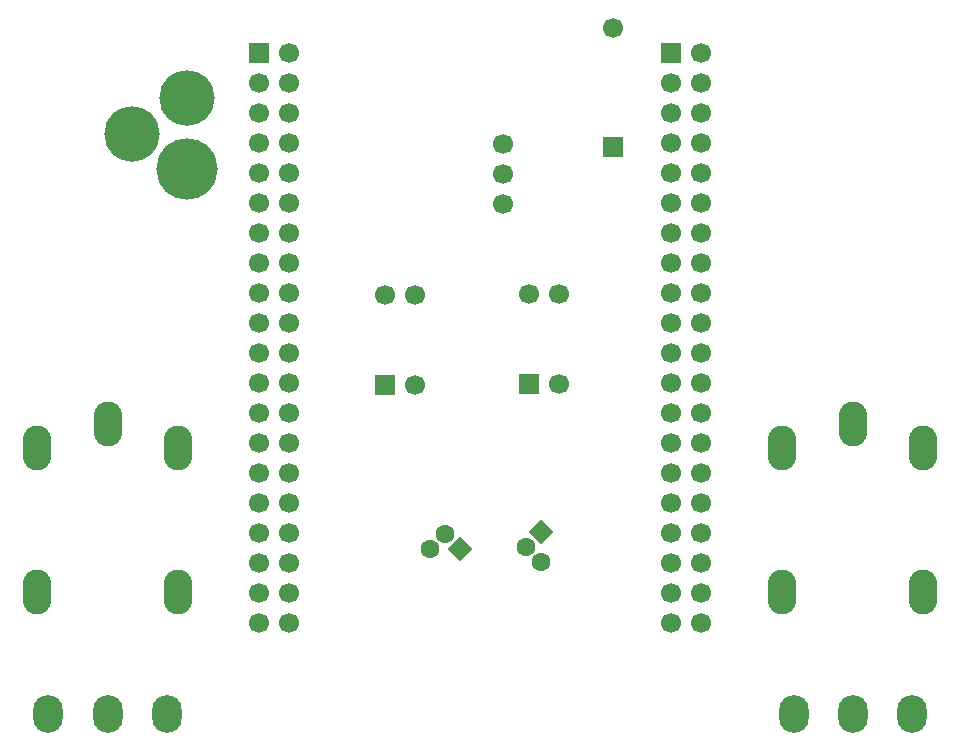
<source format=gbr>
G04 DipTrace 3.0.0.1*
G04 BottomMask.gbr*
%MOIN*%
G04 #@! TF.FileFunction,Soldermask,Bot*
G04 #@! TF.Part,Single*
%AMOUTLINE1*5,1,4,0,0,0.082002,90.0*%
%AMOUTLINE4*5,1,4,0,0,0.082002,-179.999998*%
%ADD50C,0.062992*%
%ADD52C,0.066929*%
%ADD56O,0.094488X0.149606*%
%ADD58C,0.204724*%
%ADD60C,0.185039*%
%ADD64C,0.066929*%
%ADD66R,0.066929X0.066929*%
%ADD70O,0.098425X0.125984*%
%ADD78OUTLINE1*%
%ADD81OUTLINE4*%
%FSLAX26Y26*%
G04*
G70*
G90*
G75*
G01*
G04 BotMask*
%LPD*%
D70*
X931103Y589370D3*
X734252D3*
X537402D3*
X3414961D3*
X3218110D3*
X3021260D3*
D66*
X2418898Y2480709D3*
D64*
Y2878347D3*
D60*
X1000394Y2642520D3*
D58*
Y2406299D3*
D60*
X815355Y2524410D3*
D56*
X734252Y1555906D3*
X499252Y1475906D3*
X969252D3*
Y995906D3*
X499252D3*
X3218504Y1555906D3*
X2983504Y1475906D3*
X3453504D3*
Y995906D3*
X2983504D3*
D66*
X1658268Y1687402D3*
D52*
X1758268D3*
Y1987402D3*
X1658268D3*
D66*
X2138583Y1690945D3*
D52*
X2238583D3*
Y1990945D3*
X2138583D3*
D50*
X1809843Y1140158D3*
X1859843Y1190158D3*
D78*
X1909843Y1140158D3*
D50*
X2179921Y1095276D3*
X2129921Y1145276D3*
D81*
X2179921Y1195276D3*
D66*
X2613780Y2793701D3*
D64*
X2713780D3*
X2613780Y2693701D3*
X2713780D3*
X2613780Y2593701D3*
X2713780D3*
X2613780Y2493701D3*
X2713780D3*
X2613780Y2393701D3*
X2713780D3*
X2613780Y2293701D3*
X2713780D3*
X2613780Y2193701D3*
X2713780D3*
X2613780Y2093701D3*
X2713780D3*
X2613780Y1993701D3*
X2713780D3*
X2613780Y1893701D3*
X2713780D3*
X2613780Y1793701D3*
X2713780D3*
X2613780Y1693701D3*
X2713780D3*
X2613780Y1593701D3*
X2713780D3*
X2613780Y1493701D3*
X2713780D3*
X2613780Y1393701D3*
X2713780D3*
X2613780Y1293701D3*
X2713780D3*
X2613780Y1193701D3*
X2713780D3*
X2613780Y1093701D3*
X2713780D3*
X2613780Y993701D3*
X2713780D3*
X2613780Y893701D3*
X2713780D3*
D66*
X1238977Y2793701D3*
D64*
X1338977D3*
X1238977Y2693701D3*
X1338977D3*
X1238977Y2593701D3*
X1338977D3*
X1238977Y2493701D3*
X1338977D3*
X1238977Y2393701D3*
X1338977D3*
X1238977Y2293701D3*
X1338977D3*
X1238977Y2193701D3*
X1338977D3*
X1238977Y2093701D3*
X1338977D3*
X1238977Y1993701D3*
X1338977D3*
X1238977Y1893701D3*
X1338977D3*
X1238977Y1793701D3*
X1338977D3*
X1238977Y1693701D3*
X1338977D3*
X1238977Y1593701D3*
X1338977D3*
X1238977Y1493701D3*
X1338977D3*
X1238977Y1393701D3*
X1338977D3*
X1238977Y1293701D3*
X1338977D3*
X1238977Y1193701D3*
X1338977D3*
X1238977Y1093701D3*
X1338977D3*
X1238977Y993701D3*
X1338977D3*
X1238977Y893701D3*
X1338977D3*
D52*
X2051575Y2290551D3*
Y2390551D3*
Y2490551D3*
M02*

</source>
